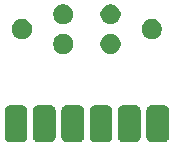
<source format=gbr>
%TF.GenerationSoftware,KiCad,Pcbnew,(5.1.5)-3*%
%TF.CreationDate,2020-04-25T09:08:57+02:00*%
%TF.ProjectId,SlimMPX,536c696d-4d50-4582-9e6b-696361645f70,rev?*%
%TF.SameCoordinates,Original*%
%TF.FileFunction,Soldermask,Bot*%
%TF.FilePolarity,Negative*%
%FSLAX46Y46*%
G04 Gerber Fmt 4.6, Leading zero omitted, Abs format (unit mm)*
G04 Created by KiCad (PCBNEW (5.1.5)-3) date 2020-04-25 09:08:57*
%MOMM*%
%LPD*%
G04 APERTURE LIST*
%ADD10C,0.100000*%
G04 APERTURE END LIST*
D10*
G36*
X112218455Y-111957528D02*
G01*
X112295812Y-111980995D01*
X112367117Y-112019108D01*
X112429608Y-112070392D01*
X112480892Y-112132883D01*
X112519005Y-112204188D01*
X112542472Y-112281545D01*
X112551000Y-112368140D01*
X112551000Y-114631860D01*
X112542472Y-114718455D01*
X112519005Y-114795812D01*
X112480892Y-114867117D01*
X112429608Y-114929608D01*
X112367117Y-114980892D01*
X112295812Y-115019005D01*
X112218455Y-115042472D01*
X112131860Y-115051000D01*
X111068140Y-115051000D01*
X110981545Y-115042472D01*
X110904188Y-115019005D01*
X110832883Y-114980892D01*
X110770392Y-114929608D01*
X110719108Y-114867117D01*
X110680995Y-114795812D01*
X110657528Y-114718455D01*
X110649000Y-114631860D01*
X110649000Y-112368140D01*
X110657528Y-112281545D01*
X110680995Y-112204188D01*
X110719108Y-112132883D01*
X110770392Y-112070392D01*
X110832883Y-112019108D01*
X110904188Y-111980995D01*
X110981545Y-111957528D01*
X111068140Y-111949000D01*
X112131860Y-111949000D01*
X112218455Y-111957528D01*
G37*
G36*
X102618455Y-111957528D02*
G01*
X102695812Y-111980995D01*
X102767117Y-112019108D01*
X102829608Y-112070392D01*
X102880892Y-112132883D01*
X102919005Y-112204188D01*
X102942472Y-112281545D01*
X102951000Y-112368140D01*
X102951000Y-114631860D01*
X102942472Y-114718455D01*
X102919005Y-114795812D01*
X102880892Y-114867117D01*
X102829608Y-114929608D01*
X102767117Y-114980892D01*
X102695812Y-115019005D01*
X102618455Y-115042472D01*
X102531860Y-115051000D01*
X101468140Y-115051000D01*
X101381545Y-115042472D01*
X101304188Y-115019005D01*
X101232883Y-114980892D01*
X101170392Y-114929608D01*
X101119108Y-114867117D01*
X101080995Y-114795812D01*
X101057528Y-114718455D01*
X101049000Y-114631860D01*
X101049000Y-112368140D01*
X101057528Y-112281545D01*
X101080995Y-112204188D01*
X101119108Y-112132883D01*
X101170392Y-112070392D01*
X101232883Y-112019108D01*
X101304188Y-111980995D01*
X101381545Y-111957528D01*
X101468140Y-111949000D01*
X102531860Y-111949000D01*
X102618455Y-111957528D01*
G37*
G36*
X105018455Y-111957528D02*
G01*
X105095812Y-111980995D01*
X105167117Y-112019108D01*
X105229608Y-112070392D01*
X105280892Y-112132883D01*
X105319005Y-112204188D01*
X105342472Y-112281545D01*
X105351000Y-112368140D01*
X105351000Y-114631860D01*
X105342472Y-114718455D01*
X105319005Y-114795812D01*
X105280892Y-114867117D01*
X105229608Y-114929608D01*
X105167117Y-114980892D01*
X105095812Y-115019005D01*
X105018455Y-115042472D01*
X104931860Y-115051000D01*
X103868140Y-115051000D01*
X103781545Y-115042472D01*
X103704188Y-115019005D01*
X103632883Y-114980892D01*
X103570392Y-114929608D01*
X103519108Y-114867117D01*
X103480995Y-114795812D01*
X103457528Y-114718455D01*
X103449000Y-114631860D01*
X103449000Y-112368140D01*
X103457528Y-112281545D01*
X103480995Y-112204188D01*
X103519108Y-112132883D01*
X103570392Y-112070392D01*
X103632883Y-112019108D01*
X103704188Y-111980995D01*
X103781545Y-111957528D01*
X103868140Y-111949000D01*
X104931860Y-111949000D01*
X105018455Y-111957528D01*
G37*
G36*
X107418455Y-111957528D02*
G01*
X107495812Y-111980995D01*
X107567117Y-112019108D01*
X107629608Y-112070392D01*
X107680892Y-112132883D01*
X107719005Y-112204188D01*
X107742472Y-112281545D01*
X107751000Y-112368140D01*
X107751000Y-114631860D01*
X107742472Y-114718455D01*
X107719005Y-114795812D01*
X107680892Y-114867117D01*
X107629608Y-114929608D01*
X107567117Y-114980892D01*
X107495812Y-115019005D01*
X107418455Y-115042472D01*
X107331860Y-115051000D01*
X106268140Y-115051000D01*
X106181545Y-115042472D01*
X106104188Y-115019005D01*
X106032883Y-114980892D01*
X105970392Y-114929608D01*
X105919108Y-114867117D01*
X105880995Y-114795812D01*
X105857528Y-114718455D01*
X105849000Y-114631860D01*
X105849000Y-112368140D01*
X105857528Y-112281545D01*
X105880995Y-112204188D01*
X105919108Y-112132883D01*
X105970392Y-112070392D01*
X106032883Y-112019108D01*
X106104188Y-111980995D01*
X106181545Y-111957528D01*
X106268140Y-111949000D01*
X107331860Y-111949000D01*
X107418455Y-111957528D01*
G37*
G36*
X109818455Y-111957528D02*
G01*
X109895812Y-111980995D01*
X109967117Y-112019108D01*
X110029608Y-112070392D01*
X110080892Y-112132883D01*
X110119005Y-112204188D01*
X110142472Y-112281545D01*
X110151000Y-112368140D01*
X110151000Y-114631860D01*
X110142472Y-114718455D01*
X110119005Y-114795812D01*
X110080892Y-114867117D01*
X110029608Y-114929608D01*
X109967117Y-114980892D01*
X109895812Y-115019005D01*
X109818455Y-115042472D01*
X109731860Y-115051000D01*
X108668140Y-115051000D01*
X108581545Y-115042472D01*
X108504188Y-115019005D01*
X108432883Y-114980892D01*
X108370392Y-114929608D01*
X108319108Y-114867117D01*
X108280995Y-114795812D01*
X108257528Y-114718455D01*
X108249000Y-114631860D01*
X108249000Y-112368140D01*
X108257528Y-112281545D01*
X108280995Y-112204188D01*
X108319108Y-112132883D01*
X108370392Y-112070392D01*
X108432883Y-112019108D01*
X108504188Y-111980995D01*
X108581545Y-111957528D01*
X108668140Y-111949000D01*
X109731860Y-111949000D01*
X109818455Y-111957528D01*
G37*
G36*
X114618455Y-111957528D02*
G01*
X114695812Y-111980995D01*
X114767117Y-112019108D01*
X114829608Y-112070392D01*
X114880892Y-112132883D01*
X114919005Y-112204188D01*
X114942472Y-112281545D01*
X114951000Y-112368140D01*
X114951000Y-114631860D01*
X114942472Y-114718455D01*
X114919005Y-114795812D01*
X114880892Y-114867117D01*
X114829608Y-114929608D01*
X114767117Y-114980892D01*
X114695812Y-115019005D01*
X114618455Y-115042472D01*
X114531860Y-115051000D01*
X113468140Y-115051000D01*
X113381545Y-115042472D01*
X113304188Y-115019005D01*
X113232883Y-114980892D01*
X113170392Y-114929608D01*
X113119108Y-114867117D01*
X113080995Y-114795812D01*
X113057528Y-114718455D01*
X113049000Y-114631860D01*
X113049000Y-112368140D01*
X113057528Y-112281545D01*
X113080995Y-112204188D01*
X113119108Y-112132883D01*
X113170392Y-112070392D01*
X113232883Y-112019108D01*
X113304188Y-111980995D01*
X113381545Y-111957528D01*
X113468140Y-111949000D01*
X114531860Y-111949000D01*
X114618455Y-111957528D01*
G37*
G36*
X106248228Y-105931703D02*
G01*
X106403100Y-105995853D01*
X106542481Y-106088985D01*
X106661015Y-106207519D01*
X106754147Y-106346900D01*
X106818297Y-106501772D01*
X106851000Y-106666184D01*
X106851000Y-106833816D01*
X106818297Y-106998228D01*
X106754147Y-107153100D01*
X106661015Y-107292481D01*
X106542481Y-107411015D01*
X106403100Y-107504147D01*
X106248228Y-107568297D01*
X106083816Y-107601000D01*
X105916184Y-107601000D01*
X105751772Y-107568297D01*
X105596900Y-107504147D01*
X105457519Y-107411015D01*
X105338985Y-107292481D01*
X105245853Y-107153100D01*
X105181703Y-106998228D01*
X105149000Y-106833816D01*
X105149000Y-106666184D01*
X105181703Y-106501772D01*
X105245853Y-106346900D01*
X105338985Y-106207519D01*
X105457519Y-106088985D01*
X105596900Y-105995853D01*
X105751772Y-105931703D01*
X105916184Y-105899000D01*
X106083816Y-105899000D01*
X106248228Y-105931703D01*
G37*
G36*
X110248228Y-105931703D02*
G01*
X110403100Y-105995853D01*
X110542481Y-106088985D01*
X110661015Y-106207519D01*
X110754147Y-106346900D01*
X110818297Y-106501772D01*
X110851000Y-106666184D01*
X110851000Y-106833816D01*
X110818297Y-106998228D01*
X110754147Y-107153100D01*
X110661015Y-107292481D01*
X110542481Y-107411015D01*
X110403100Y-107504147D01*
X110248228Y-107568297D01*
X110083816Y-107601000D01*
X109916184Y-107601000D01*
X109751772Y-107568297D01*
X109596900Y-107504147D01*
X109457519Y-107411015D01*
X109338985Y-107292481D01*
X109245853Y-107153100D01*
X109181703Y-106998228D01*
X109149000Y-106833816D01*
X109149000Y-106666184D01*
X109181703Y-106501772D01*
X109245853Y-106346900D01*
X109338985Y-106207519D01*
X109457519Y-106088985D01*
X109596900Y-105995853D01*
X109751772Y-105931703D01*
X109916184Y-105899000D01*
X110083816Y-105899000D01*
X110248228Y-105931703D01*
G37*
G36*
X113748228Y-104681703D02*
G01*
X113903100Y-104745853D01*
X114042481Y-104838985D01*
X114161015Y-104957519D01*
X114254147Y-105096900D01*
X114318297Y-105251772D01*
X114351000Y-105416184D01*
X114351000Y-105583816D01*
X114318297Y-105748228D01*
X114254147Y-105903100D01*
X114161015Y-106042481D01*
X114042481Y-106161015D01*
X113903100Y-106254147D01*
X113748228Y-106318297D01*
X113583816Y-106351000D01*
X113416184Y-106351000D01*
X113251772Y-106318297D01*
X113096900Y-106254147D01*
X112957519Y-106161015D01*
X112838985Y-106042481D01*
X112745853Y-105903100D01*
X112681703Y-105748228D01*
X112649000Y-105583816D01*
X112649000Y-105416184D01*
X112681703Y-105251772D01*
X112745853Y-105096900D01*
X112838985Y-104957519D01*
X112957519Y-104838985D01*
X113096900Y-104745853D01*
X113251772Y-104681703D01*
X113416184Y-104649000D01*
X113583816Y-104649000D01*
X113748228Y-104681703D01*
G37*
G36*
X102748228Y-104681703D02*
G01*
X102903100Y-104745853D01*
X103042481Y-104838985D01*
X103161015Y-104957519D01*
X103254147Y-105096900D01*
X103318297Y-105251772D01*
X103351000Y-105416184D01*
X103351000Y-105583816D01*
X103318297Y-105748228D01*
X103254147Y-105903100D01*
X103161015Y-106042481D01*
X103042481Y-106161015D01*
X102903100Y-106254147D01*
X102748228Y-106318297D01*
X102583816Y-106351000D01*
X102416184Y-106351000D01*
X102251772Y-106318297D01*
X102096900Y-106254147D01*
X101957519Y-106161015D01*
X101838985Y-106042481D01*
X101745853Y-105903100D01*
X101681703Y-105748228D01*
X101649000Y-105583816D01*
X101649000Y-105416184D01*
X101681703Y-105251772D01*
X101745853Y-105096900D01*
X101838985Y-104957519D01*
X101957519Y-104838985D01*
X102096900Y-104745853D01*
X102251772Y-104681703D01*
X102416184Y-104649000D01*
X102583816Y-104649000D01*
X102748228Y-104681703D01*
G37*
G36*
X106248228Y-103431703D02*
G01*
X106403100Y-103495853D01*
X106542481Y-103588985D01*
X106661015Y-103707519D01*
X106754147Y-103846900D01*
X106818297Y-104001772D01*
X106851000Y-104166184D01*
X106851000Y-104333816D01*
X106818297Y-104498228D01*
X106754147Y-104653100D01*
X106661015Y-104792481D01*
X106542481Y-104911015D01*
X106403100Y-105004147D01*
X106248228Y-105068297D01*
X106083816Y-105101000D01*
X105916184Y-105101000D01*
X105751772Y-105068297D01*
X105596900Y-105004147D01*
X105457519Y-104911015D01*
X105338985Y-104792481D01*
X105245853Y-104653100D01*
X105181703Y-104498228D01*
X105149000Y-104333816D01*
X105149000Y-104166184D01*
X105181703Y-104001772D01*
X105245853Y-103846900D01*
X105338985Y-103707519D01*
X105457519Y-103588985D01*
X105596900Y-103495853D01*
X105751772Y-103431703D01*
X105916184Y-103399000D01*
X106083816Y-103399000D01*
X106248228Y-103431703D01*
G37*
G36*
X110248228Y-103431703D02*
G01*
X110403100Y-103495853D01*
X110542481Y-103588985D01*
X110661015Y-103707519D01*
X110754147Y-103846900D01*
X110818297Y-104001772D01*
X110851000Y-104166184D01*
X110851000Y-104333816D01*
X110818297Y-104498228D01*
X110754147Y-104653100D01*
X110661015Y-104792481D01*
X110542481Y-104911015D01*
X110403100Y-105004147D01*
X110248228Y-105068297D01*
X110083816Y-105101000D01*
X109916184Y-105101000D01*
X109751772Y-105068297D01*
X109596900Y-105004147D01*
X109457519Y-104911015D01*
X109338985Y-104792481D01*
X109245853Y-104653100D01*
X109181703Y-104498228D01*
X109149000Y-104333816D01*
X109149000Y-104166184D01*
X109181703Y-104001772D01*
X109245853Y-103846900D01*
X109338985Y-103707519D01*
X109457519Y-103588985D01*
X109596900Y-103495853D01*
X109751772Y-103431703D01*
X109916184Y-103399000D01*
X110083816Y-103399000D01*
X110248228Y-103431703D01*
G37*
M02*

</source>
